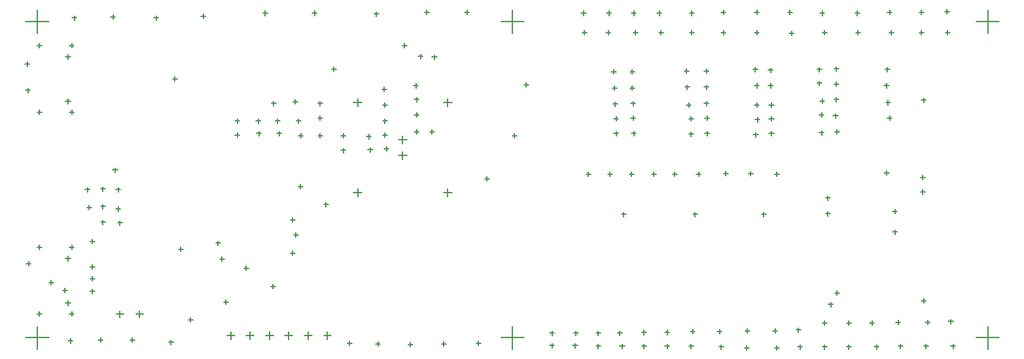
<source format=gbr>
%TF.GenerationSoftware,Altium Limited,Altium Designer,23.4.1 (23)*%
G04 Layer_Color=128*
%FSLAX45Y45*%
%MOMM*%
%TF.SameCoordinates,576A2805-CD40-4E5C-B7A3-750DB6231075*%
%TF.FilePolarity,Positive*%
%TF.FileFunction,Drillmap*%
%TF.Part,Single*%
G01*
G75*
%TA.AperFunction,NonConductor*%
%ADD53C,0.12700*%
D53*
X4342900Y2082400D02*
X4447900D01*
X4395400Y2029900D02*
Y2134900D01*
X4342900Y3249400D02*
X4447900D01*
X4395400Y3196900D02*
Y3301900D01*
X5509900Y2082400D02*
X5614900D01*
X5562400Y2029900D02*
Y2134900D01*
X5509900Y3249400D02*
X5614900D01*
X5562400Y3196900D02*
Y3301900D01*
X4925900Y2766400D02*
X5030900D01*
X4978400Y2713900D02*
Y2818900D01*
X4925900Y2565400D02*
X5030900D01*
X4978400Y2512900D02*
Y2617900D01*
X6250000Y4300000D02*
X6550000D01*
X6400000Y4150000D02*
Y4450000D01*
X6250000Y200000D02*
X6550000D01*
X6400000Y50000D02*
Y350000D01*
X100000Y4300000D02*
X400000D01*
X250000Y4150000D02*
Y4450000D01*
X12400000Y200000D02*
X12700000D01*
X12550000Y50000D02*
Y350000D01*
X100000Y200000D02*
X400000D01*
X250000Y50000D02*
Y350000D01*
X12400000Y4300000D02*
X12700000D01*
X12550000Y4150000D02*
Y4450000D01*
X614900Y1228800D02*
X679900D01*
X647400Y1196300D02*
Y1261300D01*
X614900Y650800D02*
X679900D01*
X647400Y618300D02*
Y683300D01*
X667400Y507800D02*
X727400D01*
X697400Y477800D02*
Y537800D01*
X667400Y1371800D02*
X727400D01*
X697400Y1341800D02*
Y1401800D01*
X249400Y507800D02*
X309400D01*
X279400Y477800D02*
Y537800D01*
X249400Y1371800D02*
X309400D01*
X279400Y1341800D02*
Y1401800D01*
X614900Y3845000D02*
X679900D01*
X647400Y3812500D02*
Y3877500D01*
X614900Y3267000D02*
X679900D01*
X647400Y3234500D02*
Y3299500D01*
X667400Y3124000D02*
X727400D01*
X697400Y3094000D02*
Y3154000D01*
X667400Y3988000D02*
X727400D01*
X697400Y3958000D02*
Y4018000D01*
X249400Y3124000D02*
X309400D01*
X279400Y3094000D02*
Y3154000D01*
X249400Y3988000D02*
X309400D01*
X279400Y3958000D02*
Y4018000D01*
X3955200Y228600D02*
X4055200D01*
X4005200Y178600D02*
Y278600D01*
X3705200Y228600D02*
X3805200D01*
X3755200Y178600D02*
Y278600D01*
X3455200Y228600D02*
X3555200D01*
X3505200Y178600D02*
Y278600D01*
X3205200Y228600D02*
X3305200D01*
X3255200Y178600D02*
Y278600D01*
X2955200Y228600D02*
X3055200D01*
X3005200Y178600D02*
Y278600D01*
X2705200Y228600D02*
X2805200D01*
X2755200Y178600D02*
Y278600D01*
X1276350Y508000D02*
X1365250D01*
X1320800Y463550D02*
Y552450D01*
X1530350Y508000D02*
X1619250D01*
X1574800Y463550D02*
Y552450D01*
X10570000Y780000D02*
X10630000D01*
X10600000Y750000D02*
Y810000D01*
X10450000Y1810000D02*
X10510000D01*
X10480000Y1780000D02*
Y1840000D01*
X9790000Y2320000D02*
X9850000D01*
X9820000Y2290000D02*
Y2350000D01*
X9450000Y2330000D02*
X9510000D01*
X9480000Y2300000D02*
Y2360000D01*
X9130000Y2330000D02*
X9190000D01*
X9160000Y2300000D02*
Y2360000D01*
X8780000Y2320000D02*
X8840000D01*
X8810000Y2290000D02*
Y2350000D01*
X8470000Y2320000D02*
X8530000D01*
X8500000Y2290000D02*
Y2350000D01*
X8200000Y2320000D02*
X8260000D01*
X8230000Y2290000D02*
Y2350000D01*
X7910000Y2320000D02*
X7970000D01*
X7940000Y2290000D02*
Y2350000D01*
X7630000Y2320000D02*
X7690000D01*
X7660000Y2290000D02*
Y2350000D01*
X7350000Y2320000D02*
X7410000D01*
X7380000Y2290000D02*
Y2350000D01*
X9720000Y3040000D02*
X9780000D01*
X9750000Y3010000D02*
Y3070000D01*
X9720000Y2850000D02*
X9780000D01*
X9750000Y2820000D02*
Y2880000D01*
X9540000Y3030000D02*
X9600000D01*
X9570000Y3000000D02*
Y3060000D01*
X9530000Y3220000D02*
X9590000D01*
X9560000Y3190000D02*
Y3250000D01*
X9720000Y3220000D02*
X9780000D01*
X9750000Y3190000D02*
Y3250000D01*
X11320000Y1570000D02*
X11380000D01*
X11350000Y1540000D02*
Y1600000D01*
X11320000Y1840000D02*
X11380000D01*
X11350000Y1810000D02*
Y1870000D01*
X4740000Y2650000D02*
X4800000D01*
X4770000Y2620000D02*
Y2680000D01*
X4720000Y2830000D02*
X4780000D01*
X4750000Y2800000D02*
Y2860000D01*
X4720000Y3010000D02*
X4780000D01*
X4750000Y2980000D02*
Y3040000D01*
X4720000Y3220000D02*
X4780000D01*
X4750000Y3190000D02*
Y3250000D01*
X4710000Y3420000D02*
X4770000D01*
X4740000Y3390000D02*
Y3450000D01*
X4530000Y2640000D02*
X4590000D01*
X4560000Y2610000D02*
Y2670000D01*
X4180000Y2630000D02*
X4240000D01*
X4210000Y2600000D02*
Y2660000D01*
X4510000Y2810000D02*
X4570000D01*
X4540000Y2780000D02*
Y2840000D01*
X4180000Y2820000D02*
X4240000D01*
X4210000Y2790000D02*
Y2850000D01*
X3880000Y2820000D02*
X3940000D01*
X3910000Y2790000D02*
Y2850000D01*
X3880000Y3050000D02*
X3940000D01*
X3910000Y3020000D02*
Y3080000D01*
X3880000Y3240000D02*
X3940000D01*
X3910000Y3210000D02*
Y3270000D01*
X3630000Y2820000D02*
X3690000D01*
X3660000Y2790000D02*
Y2850000D01*
X3350000D02*
X3410000D01*
X3380000Y2820000D02*
Y2880000D01*
X3090000Y2850000D02*
X3150000D01*
X3120000Y2820000D02*
Y2880000D01*
X2810000Y2830000D02*
X2870000D01*
X2840000Y2800000D02*
Y2860000D01*
X3600000Y3010000D02*
X3660000D01*
X3630000Y2980000D02*
Y3040000D01*
X3330000Y3010000D02*
X3390000D01*
X3360000Y2980000D02*
Y3040000D01*
X3080000Y3010000D02*
X3140000D01*
X3110000Y2980000D02*
Y3040000D01*
X2810000Y3010000D02*
X2870000D01*
X2840000Y2980000D02*
Y3040000D01*
X3560000Y3260000D02*
X3620000D01*
X3590000Y3230000D02*
Y3290000D01*
X3280000Y3240000D02*
X3340000D01*
X3310000Y3210000D02*
Y3270000D01*
X1290000Y1690000D02*
X1350000D01*
X1320000Y1660000D02*
Y1720000D01*
X1070000Y1700000D02*
X1130000D01*
X1100000Y1670000D02*
Y1730000D01*
X1070000Y1900000D02*
X1130000D01*
X1100000Y1870000D02*
Y1930000D01*
X1070000Y2130000D02*
X1130000D01*
X1100000Y2100000D02*
Y2160000D01*
X1270000Y1870000D02*
X1330000D01*
X1300000Y1840000D02*
Y1900000D01*
X890000Y1890000D02*
X950000D01*
X920000Y1860000D02*
Y1920000D01*
X1270000Y2120000D02*
X1330000D01*
X1300000Y2090000D02*
Y2150000D01*
X870000Y2120000D02*
X930000D01*
X900000Y2090000D02*
Y2150000D01*
X5780000Y4420000D02*
X5840000D01*
X5810000Y4390000D02*
Y4450000D01*
X5260000Y4420000D02*
X5320000D01*
X5290000Y4390000D02*
Y4450000D01*
X4610000Y4400000D02*
X4670000D01*
X4640000Y4370000D02*
Y4430000D01*
X3810000Y4410000D02*
X3870000D01*
X3840000Y4380000D02*
Y4440000D01*
X3170000Y4410000D02*
X3230000D01*
X3200000Y4380000D02*
Y4440000D01*
X5930000Y130000D02*
X5990000D01*
X5960000Y100000D02*
Y160000D01*
X5480000Y120000D02*
X5540000D01*
X5510000Y90000D02*
Y150000D01*
X5050000Y110000D02*
X5110000D01*
X5080000Y80000D02*
Y140000D01*
X4630000Y120000D02*
X4690000D01*
X4660000Y90000D02*
Y150000D01*
X4260000Y130000D02*
X4320000D01*
X4290000Y100000D02*
Y160000D01*
X110000Y1160000D02*
X170000D01*
X140000Y1130000D02*
Y1190000D01*
X100000Y3410000D02*
X160000D01*
X130000Y3380000D02*
Y3440000D01*
X90000Y3750000D02*
X150000D01*
X120000Y3720000D02*
Y3780000D01*
X1950000Y140000D02*
X2010000D01*
X1980000Y110000D02*
Y170000D01*
X1450000D02*
X1510000D01*
X1480000Y140000D02*
Y200000D01*
X1040000Y170000D02*
X1100000D01*
X1070000Y140000D02*
Y200000D01*
X650000Y160000D02*
X710000D01*
X680000Y130000D02*
Y190000D01*
X2370000Y4370000D02*
X2430000D01*
X2400000Y4340000D02*
Y4400000D01*
X1760000Y4350000D02*
X1820000D01*
X1790000Y4320000D02*
Y4380000D01*
X1200000Y4360000D02*
X1260000D01*
X1230000Y4330000D02*
Y4390000D01*
X700000Y4350000D02*
X760000D01*
X730000Y4320000D02*
Y4380000D01*
X5360000Y3840000D02*
X5420000D01*
X5390000Y3810000D02*
Y3870000D01*
X5180000Y3850000D02*
X5240000D01*
X5210000Y3820000D02*
Y3880000D01*
X5330000Y2870000D02*
X5390000D01*
X5360000Y2840000D02*
Y2900000D01*
X5130000Y2870000D02*
X5190000D01*
X5160000Y2840000D02*
Y2900000D01*
X5130000Y3090000D02*
X5190000D01*
X5160000Y3060000D02*
Y3120000D01*
X5130000Y3290000D02*
X5190000D01*
X5160000Y3260000D02*
Y3320000D01*
X5120000Y3470000D02*
X5180000D01*
X5150000Y3440000D02*
Y3500000D01*
X9620000Y1800000D02*
X9680000D01*
X9650000Y1770000D02*
Y1830000D01*
X8730000Y1800000D02*
X8790000D01*
X8760000Y1770000D02*
Y1830000D01*
X7810000Y1800000D02*
X7870000D01*
X7840000Y1770000D02*
Y1830000D01*
X12000000Y4160000D02*
X12060000D01*
X12030000Y4130000D02*
Y4190000D01*
X11990000Y4430000D02*
X12050000D01*
X12020000Y4400000D02*
Y4460000D01*
X11660000Y4160000D02*
X11720000D01*
X11690000Y4130000D02*
Y4190000D01*
X11660000Y4420000D02*
X11720000D01*
X11690000Y4390000D02*
Y4450000D01*
X11270000Y4160000D02*
X11330000D01*
X11300000Y4130000D02*
Y4190000D01*
X11250000Y4420000D02*
X11310000D01*
X11280000Y4390000D02*
Y4450000D01*
X10840000Y4160000D02*
X10900000D01*
X10870000Y4130000D02*
Y4190000D01*
X10830000Y4410000D02*
X10890000D01*
X10860000Y4380000D02*
Y4440000D01*
X10410000Y4160000D02*
X10470000D01*
X10440000Y4130000D02*
Y4190000D01*
X10380000Y4410000D02*
X10440000D01*
X10410000Y4380000D02*
Y4440000D01*
X9980000Y4150000D02*
X10040000D01*
X10010000Y4120000D02*
Y4180000D01*
X9960000Y4420000D02*
X10020000D01*
X9990000Y4390000D02*
Y4450000D01*
X9530000Y4160000D02*
X9590000D01*
X9560000Y4130000D02*
Y4190000D01*
X9530000Y4420000D02*
X9590000D01*
X9560000Y4390000D02*
Y4450000D01*
X9100000Y4160000D02*
X9160000D01*
X9130000Y4130000D02*
Y4190000D01*
X9100000Y4420000D02*
X9160000D01*
X9130000Y4390000D02*
Y4450000D01*
X8690000Y4160000D02*
X8750000D01*
X8720000Y4130000D02*
Y4190000D01*
X8690000Y4410000D02*
X8750000D01*
X8720000Y4380000D02*
Y4440000D01*
X8290000Y4160000D02*
X8350000D01*
X8320000Y4130000D02*
Y4190000D01*
X8270000Y4410000D02*
X8330000D01*
X8300000Y4380000D02*
Y4440000D01*
X7960000Y4160000D02*
X8020000D01*
X7990000Y4130000D02*
Y4190000D01*
X7940000Y4410000D02*
X8000000D01*
X7970000Y4380000D02*
Y4440000D01*
X7610000Y4160000D02*
X7670000D01*
X7640000Y4130000D02*
Y4190000D01*
X7620000Y4410000D02*
X7680000D01*
X7650000Y4380000D02*
Y4440000D01*
X7300000Y4160000D02*
X7360000D01*
X7330000Y4130000D02*
Y4190000D01*
X7290000Y4410000D02*
X7350000D01*
X7320000Y4380000D02*
Y4440000D01*
X12070000Y90000D02*
X12130000D01*
X12100000Y60000D02*
Y120000D01*
X12040000Y410000D02*
X12100000D01*
X12070000Y380000D02*
Y440000D01*
X11720000Y90000D02*
X11780000D01*
X11750000Y60000D02*
Y120000D01*
X11740000Y400000D02*
X11800000D01*
X11770000Y370000D02*
Y430000D01*
X11390000Y90000D02*
X11450000D01*
X11420000Y60000D02*
Y120000D01*
X11360000Y400000D02*
X11420000D01*
X11390000Y370000D02*
Y430000D01*
X11080000Y80000D02*
X11140000D01*
X11110000Y50000D02*
Y110000D01*
X11020000Y390000D02*
X11080000D01*
X11050000Y360000D02*
Y420000D01*
X10720000Y80000D02*
X10780000D01*
X10750000Y50000D02*
Y110000D01*
X10720000Y390000D02*
X10780000D01*
X10750000Y360000D02*
Y420000D01*
X10410000Y80000D02*
X10470000D01*
X10440000Y50000D02*
Y110000D01*
X10410000Y390000D02*
X10470000D01*
X10440000Y360000D02*
Y420000D01*
X10090000Y80000D02*
X10150000D01*
X10120000Y50000D02*
Y110000D01*
X10070000Y300000D02*
X10130000D01*
X10100000Y270000D02*
Y330000D01*
X9790000Y70000D02*
X9850000D01*
X9820000Y40000D02*
Y100000D01*
X9770000Y290000D02*
X9830000D01*
X9800000Y260000D02*
Y320000D01*
X9400000Y70000D02*
X9460000D01*
X9430000Y40000D02*
Y100000D01*
X9410000Y290000D02*
X9470000D01*
X9440000Y260000D02*
Y320000D01*
X9070000Y80000D02*
X9130000D01*
X9100000Y50000D02*
Y110000D01*
X9050000Y280000D02*
X9110000D01*
X9080000Y250000D02*
Y310000D01*
X8680000Y90000D02*
X8740000D01*
X8710000Y60000D02*
Y120000D01*
X8700000Y280000D02*
X8760000D01*
X8730000Y250000D02*
Y310000D01*
X8370000Y90000D02*
X8430000D01*
X8400000Y60000D02*
Y120000D01*
X8370000Y270000D02*
X8430000D01*
X8400000Y240000D02*
Y300000D01*
X8070000Y90000D02*
X8130000D01*
X8100000Y60000D02*
Y120000D01*
X8070000Y270000D02*
X8130000D01*
X8100000Y240000D02*
Y300000D01*
X7790000Y90000D02*
X7850000D01*
X7820000Y60000D02*
Y120000D01*
X7760000Y260000D02*
X7820000D01*
X7790000Y230000D02*
Y290000D01*
X7480000Y90000D02*
X7540000D01*
X7510000Y60000D02*
Y120000D01*
X7480000Y260000D02*
X7540000D01*
X7510000Y230000D02*
Y290000D01*
X7180000Y100000D02*
X7240000D01*
X7210000Y70000D02*
Y130000D01*
X7190000Y260000D02*
X7250000D01*
X7220000Y230000D02*
Y290000D01*
X6880000Y260000D02*
X6940000D01*
X6910000Y230000D02*
Y290000D01*
X6880000Y100000D02*
X6940000D01*
X6910000Y70000D02*
Y130000D01*
X11210000Y2340000D02*
X11270000D01*
X11240000Y2310000D02*
Y2370000D01*
X11250000Y3050000D02*
X11310000D01*
X11280000Y3020000D02*
Y3080000D01*
X11230000Y3250000D02*
X11290000D01*
X11260000Y3220000D02*
Y3280000D01*
X11210000Y3470000D02*
X11270000D01*
X11240000Y3440000D02*
Y3500000D01*
X11220000Y3680000D02*
X11280000D01*
X11250000Y3650000D02*
Y3710000D01*
X10570000Y2870000D02*
X10630000D01*
X10600000Y2840000D02*
Y2900000D01*
X10370000Y2860000D02*
X10430000D01*
X10400000Y2830000D02*
Y2890000D01*
X10550000Y3080000D02*
X10610000D01*
X10580000Y3050000D02*
Y3110000D01*
X10370000Y3090000D02*
X10430000D01*
X10400000Y3060000D02*
Y3120000D01*
X10560000Y3290000D02*
X10620000D01*
X10590000Y3260000D02*
Y3320000D01*
X10380000Y3270000D02*
X10440000D01*
X10410000Y3240000D02*
Y3300000D01*
X10560000Y3490000D02*
X10620000D01*
X10590000Y3460000D02*
Y3520000D01*
X10340000Y3500000D02*
X10400000D01*
X10370000Y3470000D02*
Y3530000D01*
X10560000Y3690000D02*
X10620000D01*
X10590000Y3660000D02*
Y3720000D01*
X10340000Y3680000D02*
X10400000D01*
X10370000Y3650000D02*
Y3710000D01*
X9517300Y2832700D02*
X9577300D01*
X9547300Y2802700D02*
Y2862700D01*
X9710000Y3470000D02*
X9770000D01*
X9740000Y3440000D02*
Y3500000D01*
X9530000Y3470000D02*
X9590000D01*
X9560000Y3440000D02*
Y3500000D01*
X9710000Y3670000D02*
X9770000D01*
X9740000Y3640000D02*
Y3700000D01*
X9510000Y3680000D02*
X9570000D01*
X9540000Y3650000D02*
Y3710000D01*
X8890000Y2850000D02*
X8950000D01*
X8920000Y2820000D02*
Y2880000D01*
X8680000Y2840000D02*
X8740000D01*
X8710000Y2810000D02*
Y2870000D01*
X8890000Y3050000D02*
X8950000D01*
X8920000Y3020000D02*
Y3080000D01*
X8680000Y3040000D02*
X8740000D01*
X8710000Y3010000D02*
Y3070000D01*
X8880000Y3240000D02*
X8940000D01*
X8910000Y3210000D02*
Y3270000D01*
X8650000Y3220000D02*
X8710000D01*
X8680000Y3190000D02*
Y3250000D01*
X8880000Y3450000D02*
X8940000D01*
X8910000Y3420000D02*
Y3480000D01*
X8630000Y3450000D02*
X8690000D01*
X8660000Y3420000D02*
Y3480000D01*
X8880000Y3660000D02*
X8940000D01*
X8910000Y3630000D02*
Y3690000D01*
X8620000Y3660000D02*
X8680000D01*
X8650000Y3630000D02*
Y3690000D01*
X7940000Y2850000D02*
X8000000D01*
X7970000Y2820000D02*
Y2880000D01*
X7710000Y2850000D02*
X7770000D01*
X7740000Y2820000D02*
Y2880000D01*
X7930000Y3050000D02*
X7990000D01*
X7960000Y3020000D02*
Y3080000D01*
X7710000Y3040000D02*
X7770000D01*
X7740000Y3010000D02*
Y3070000D01*
X7930000Y3240000D02*
X7990000D01*
X7960000Y3210000D02*
Y3270000D01*
X7700000Y3230000D02*
X7760000D01*
X7730000Y3200000D02*
Y3260000D01*
X7920000Y3440000D02*
X7980000D01*
X7950000Y3410000D02*
Y3470000D01*
X7690000Y3440000D02*
X7750000D01*
X7720000Y3410000D02*
Y3470000D01*
X7920000Y3650000D02*
X7980000D01*
X7950000Y3620000D02*
Y3680000D01*
X7680000Y3650000D02*
X7740000D01*
X7710000Y3620000D02*
Y3680000D01*
X11680000Y2090000D02*
X11740000D01*
X11710000Y2060000D02*
Y2120000D01*
X11680000Y2280000D02*
X11740000D01*
X11710000Y2250000D02*
Y2310000D01*
X11690000Y3280000D02*
X11750000D01*
X11720000Y3250000D02*
Y3310000D01*
X11690000Y680000D02*
X11750000D01*
X11720000Y650000D02*
Y710000D01*
X10490000Y630000D02*
X10550000D01*
X10520000Y600000D02*
Y660000D01*
X10450000Y2010000D02*
X10510000D01*
X10480000Y1980000D02*
Y2040000D01*
X401800Y914400D02*
X461800D01*
X431800Y884400D02*
Y944400D01*
X6040600Y2260600D02*
X6100600D01*
X6070600Y2230600D02*
Y2290600D01*
X3272000Y863600D02*
X3332000D01*
X3302000Y833600D02*
Y893600D01*
X935200Y965200D02*
X995200D01*
X965200Y935200D02*
Y995200D01*
X935200Y1117600D02*
X995200D01*
X965200Y1087600D02*
Y1147600D01*
X2560800Y1426300D02*
X2620800D01*
X2590800Y1396300D02*
Y1456300D01*
X2924400Y1100200D02*
X2984400D01*
X2954400Y1070200D02*
Y1130200D01*
X6548600Y3479800D02*
X6608600D01*
X6578600Y3449800D02*
Y3509800D01*
X6396200Y2819400D02*
X6456200D01*
X6426200Y2789400D02*
Y2849400D01*
X2205200Y431800D02*
X2265200D01*
X2235200Y401800D02*
Y461800D01*
X2078200Y1346200D02*
X2138200D01*
X2108200Y1316200D02*
Y1376200D01*
X3957800Y1926050D02*
X4017800D01*
X3987800Y1896050D02*
Y1956050D01*
X3565884Y1534916D02*
X3625884D01*
X3595884Y1504916D02*
Y1564916D01*
X3526000Y1295400D02*
X3586000D01*
X3556000Y1265400D02*
Y1325400D01*
X3526000Y1727200D02*
X3586000D01*
X3556000Y1697200D02*
Y1757200D01*
X2662400Y660400D02*
X2722400D01*
X2692400Y630400D02*
Y690400D01*
X2611600Y1219200D02*
X2671600D01*
X2641600Y1189200D02*
Y1249200D01*
X4059400Y3683000D02*
X4119400D01*
X4089400Y3653000D02*
Y3713000D01*
X4973800Y3987800D02*
X5033800D01*
X5003800Y3957800D02*
Y4017800D01*
X2002000Y3556000D02*
X2062000D01*
X2032000Y3526000D02*
Y3586000D01*
X3627600Y2159000D02*
X3687600D01*
X3657600Y2129000D02*
Y2189000D01*
X1228400Y2376000D02*
X1288400D01*
X1258400Y2346000D02*
Y2406000D01*
X579600Y812800D02*
X639600D01*
X609600Y782800D02*
Y842800D01*
X935200Y1447800D02*
X995200D01*
X965200Y1417800D02*
Y1477800D01*
X935200Y799877D02*
X995200D01*
X965200Y769878D02*
Y829877D01*
%TF.MD5,755bddd73254d4237ebe514c7b0a2404*%
M02*

</source>
